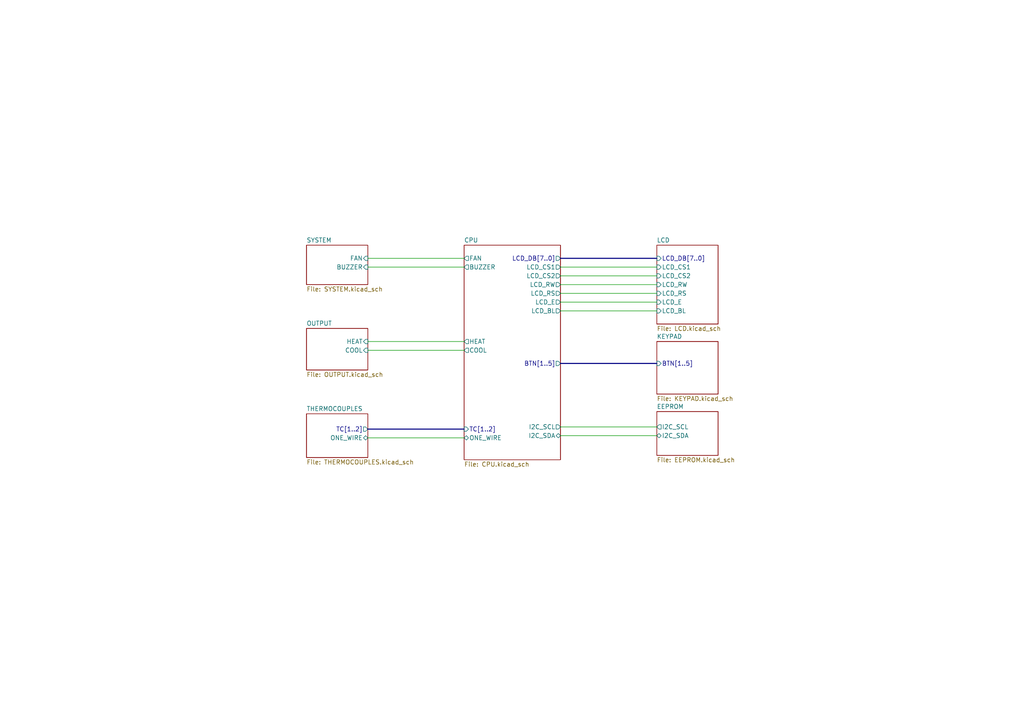
<source format=kicad_sch>
(kicad_sch (version 20211123) (generator eeschema)
  (paper "A4")
  (lib_symbols)
  (wire (pts (xy 162.56 87.63) (xy 190.5 87.63)))
  (wire (pts (xy 106.68 127) (xy 134.62 127)))
  (bus (pts (xy 162.56 105.41) (xy 190.5 105.41)))
  (wire (pts (xy 162.56 82.55) (xy 190.5 82.55)))
  (wire (pts (xy 162.56 126.365) (xy 190.5 126.365)))
  (bus (pts (xy 162.56 74.93) (xy 190.5 74.93)))
  (wire (pts (xy 106.68 77.47) (xy 134.62 77.47)))
  (bus (pts (xy 106.68 124.46) (xy 134.62 124.46)))
  (wire (pts (xy 106.68 99.06) (xy 134.62 99.06)))
  (wire (pts (xy 106.68 101.6) (xy 134.62 101.6)))
  (wire (pts (xy 162.56 90.17) (xy 190.5 90.17)))
  (wire (pts (xy 162.56 85.09) (xy 190.5 85.09)))
  (wire (pts (xy 106.68 74.93) (xy 134.62 74.93)))
  (wire (pts (xy 162.56 123.825) (xy 190.5 123.825)))
  (wire (pts (xy 162.56 77.47) (xy 190.5 77.47)))
  (wire (pts (xy 162.56 80.01) (xy 190.5 80.01)))
  (sheet (at 88.9 71.12) (size 17.78 11.43) (stroke (width 0.1524))
    (property "Sheet name" "SYSTEM" (at 88.9 70.4084 0) (effects (justify left bottom)))
    (property "Sheet file" "SYSTEM.kicad_sch" (at 88.9 83.1346 0) (effects (justify left top)))
    (pin "FAN" input (at 106.68 74.93 0))
    (pin "BUZZER" input (at 106.68 77.47 0))
  )
  (sheet (at 88.9 95.25) (size 17.78 12.065) (stroke (width 0.1524))
    (property "Sheet name" "OUTPUT" (at 88.9 94.5384 0) (effects (justify left bottom)))
    (property "Sheet file" "OUTPUT.kicad_sch" (at 88.9 107.8996 0) (effects (justify left top)))
    (pin "COOL" input (at 106.68 101.6 0))
    (pin "HEAT" input (at 106.68 99.06 0))
  )
  (sheet (at 88.9 120.015) (size 17.78 12.7) (stroke (width 0.1524))
    (property "Sheet name" "THERMOCOUPLES" (at 88.9 119.3034 0) (effects (justify left bottom)))
    (property "Sheet file" "THERMOCOUPLES.kicad_sch" (at 88.9 133.2996 0) (effects (justify left top)))
    (pin "TC[1..2]" output (at 106.68 124.46 0))
    (pin "ONE_WIRE" bidirectional (at 106.68 127 0))
  )
  (sheet (at 190.5 119.38) (size 17.78 12.7) (stroke (width 0.1524))
    (property "Sheet name" "EEPROM" (at 190.5 118.6684 0) (effects (justify left bottom)))
    (property "Sheet file" "EEPROM.kicad_sch" (at 190.5 132.6646 0) (effects (justify left top)))
    (pin "I2C_SCL" output (at 190.5 123.825 180))
    (pin "I2C_SDA" bidirectional (at 190.5 126.365 180))
  )
  (sheet (at 190.5 71.12) (size 17.78 22.86) (stroke (width 0.1524))
    (property "Sheet name" "LCD" (at 190.5 70.4084 0) (effects (justify left bottom)))
    (property "Sheet file" "LCD.kicad_sch" (at 190.5 94.5646 0) (effects (justify left top)))
    (pin "LCD_DB[7..0]" input (at 190.5 74.93 180))
    (pin "LCD_BL" input (at 190.5 90.17 180))
    (pin "LCD_CS1" input (at 190.5 77.47 180))
    (pin "LCD_CS2" input (at 190.5 80.01 180))
    (pin "LCD_RW" input (at 190.5 82.55 180))
    (pin "LCD_RS" input (at 190.5 85.09 180))
    (pin "LCD_E" input (at 190.5 87.63 180))
  )
  (sheet (at 190.5 99.06) (size 17.78 15.24) (stroke (width 0.1524))
    (property "Sheet name" "KEYPAD" (at 190.5 98.3484 0) (effects (justify left bottom)))
    (property "Sheet file" "KEYPAD.kicad_sch" (at 190.5 114.8846 0) (effects (justify left top)))
    (pin "BTN[1..5]" input (at 190.5 105.41 180))
  )
  (sheet (at 134.62 71.12) (size 27.94 62.23) (stroke (width 0.1524))
    (property "Sheet name" "CPU" (at 134.62 70.4084 0) (effects (justify left bottom)))
    (property "Sheet file" "CPU.kicad_sch" (at 134.62 133.9346 0) (effects (justify left top)))
    (pin "I2C_SCL" output (at 162.56 123.825 0))
    (pin "I2C_SDA" bidirectional (at 162.56 126.365 0))
    (pin "COOL" output (at 134.62 101.6 180))
    (pin "LCD_DB[7..0]" output (at 162.56 74.93 0))
    (pin "BUZZER" output (at 134.62 77.47 180))
    (pin "FAN" output (at 134.62 74.93 180))
    (pin "BTN[1..5]" output (at 162.56 105.41 0))
    (pin "TC[1..2]" input (at 134.62 124.46 180))
    (pin "LCD_CS1" output (at 162.56 77.47 0))
    (pin "ONE_WIRE" bidirectional (at 134.62 127 180))
    (pin "HEAT" output (at 134.62 99.06 180))
    (pin "LCD_BL" output (at 162.56 90.17 0))
    (pin "LCD_CS2" output (at 162.56 80.01 0))
    (pin "LCD_RS" output (at 162.56 85.09 0))
    (pin "LCD_E" output (at 162.56 87.63 0))
    (pin "LCD_RW" output (at 162.56 82.55 0))
  )
)
</source>
